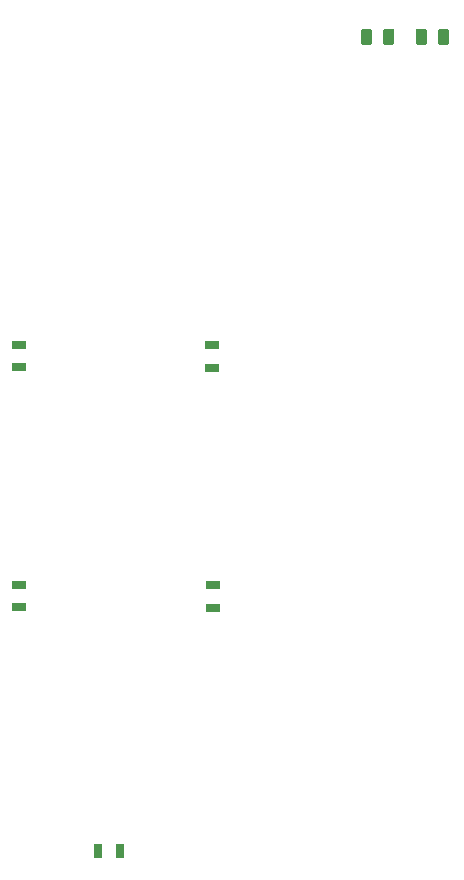
<source format=gtp>
%TF.GenerationSoftware,KiCad,Pcbnew,5.1.6-c6e7f7d~87~ubuntu20.04.1*%
%TF.CreationDate,2021-10-29T23:24:48+02:00*%
%TF.ProjectId,sb-cnc-shield,73622d63-6e63-42d7-9368-69656c642e6b,rev?*%
%TF.SameCoordinates,Original*%
%TF.FileFunction,Paste,Top*%
%TF.FilePolarity,Positive*%
%FSLAX46Y46*%
G04 Gerber Fmt 4.6, Leading zero omitted, Abs format (unit mm)*
G04 Created by KiCad (PCBNEW 5.1.6-c6e7f7d~87~ubuntu20.04.1) date 2021-10-29 23:24:48*
%MOMM*%
%LPD*%
G01*
G04 APERTURE LIST*
%ADD10R,1.300000X0.700000*%
%ADD11R,0.700000X1.300000*%
G04 APERTURE END LIST*
D10*
%TO.C,R1*%
X133985000Y-75880000D03*
X133985000Y-73980000D03*
%TD*%
%TO.C,R2*%
X150343000Y-75956200D03*
X150343000Y-74056200D03*
%TD*%
%TO.C,R3*%
X133985000Y-96200000D03*
X133985000Y-94300000D03*
%TD*%
%TO.C,R4*%
X150419000Y-96276200D03*
X150419000Y-94376200D03*
%TD*%
D11*
%TO.C,R5*%
X142555000Y-116891000D03*
X140655000Y-116891000D03*
%TD*%
%TO.C,R6*%
G36*
G01*
X169462000Y-48386050D02*
X169462000Y-47473550D01*
G75*
G02*
X169705750Y-47229800I243750J0D01*
G01*
X170193250Y-47229800D01*
G75*
G02*
X170437000Y-47473550I0J-243750D01*
G01*
X170437000Y-48386050D01*
G75*
G02*
X170193250Y-48629800I-243750J0D01*
G01*
X169705750Y-48629800D01*
G75*
G02*
X169462000Y-48386050I0J243750D01*
G01*
G37*
G36*
G01*
X167587000Y-48386050D02*
X167587000Y-47473550D01*
G75*
G02*
X167830750Y-47229800I243750J0D01*
G01*
X168318250Y-47229800D01*
G75*
G02*
X168562000Y-47473550I0J-243750D01*
G01*
X168562000Y-48386050D01*
G75*
G02*
X168318250Y-48629800I-243750J0D01*
G01*
X167830750Y-48629800D01*
G75*
G02*
X167587000Y-48386050I0J243750D01*
G01*
G37*
%TD*%
%TO.C,R7*%
G36*
G01*
X162938000Y-48386050D02*
X162938000Y-47473550D01*
G75*
G02*
X163181750Y-47229800I243750J0D01*
G01*
X163669250Y-47229800D01*
G75*
G02*
X163913000Y-47473550I0J-243750D01*
G01*
X163913000Y-48386050D01*
G75*
G02*
X163669250Y-48629800I-243750J0D01*
G01*
X163181750Y-48629800D01*
G75*
G02*
X162938000Y-48386050I0J243750D01*
G01*
G37*
G36*
G01*
X164813000Y-48386050D02*
X164813000Y-47473550D01*
G75*
G02*
X165056750Y-47229800I243750J0D01*
G01*
X165544250Y-47229800D01*
G75*
G02*
X165788000Y-47473550I0J-243750D01*
G01*
X165788000Y-48386050D01*
G75*
G02*
X165544250Y-48629800I-243750J0D01*
G01*
X165056750Y-48629800D01*
G75*
G02*
X164813000Y-48386050I0J243750D01*
G01*
G37*
%TD*%
M02*

</source>
